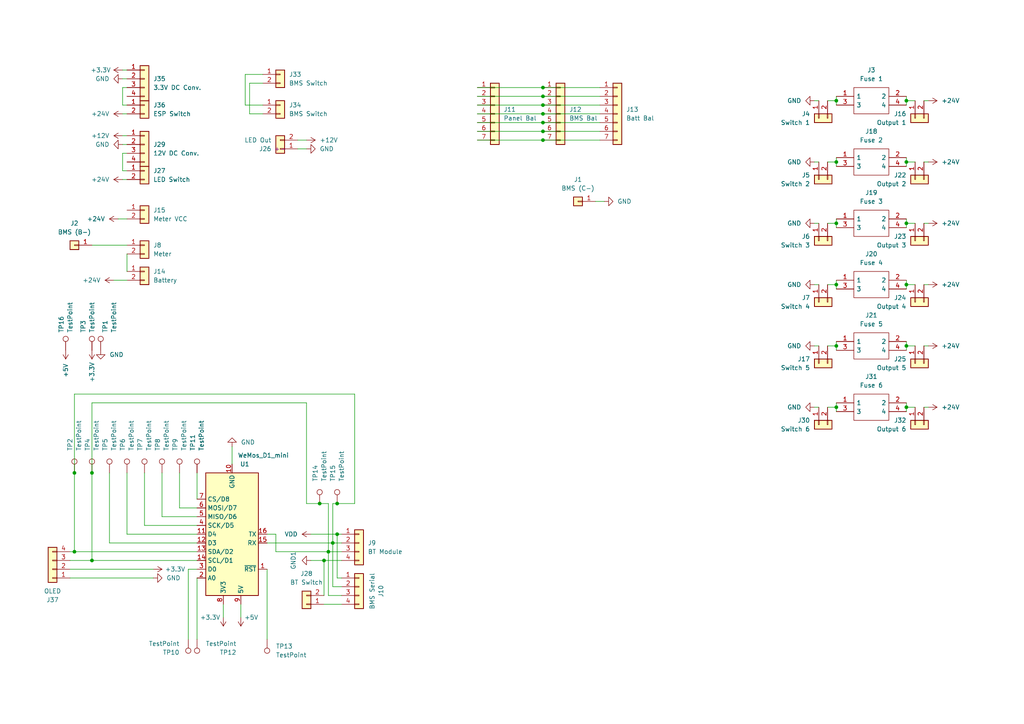
<source format=kicad_sch>
(kicad_sch (version 20211123) (generator eeschema)
  (paper "A4")
  (lib_symbols
    (symbol "Connector:TestPoint" (pin_numbers hide) (pin_names (offset 0.762) hide)
      (property "Reference" "TP" (at 0 6.858 0))
      (property "Value" "TestPoint" (at 0 5.08 0))
      (symbol "TestPoint_0_1"
        (circle (center 0 3.302) (radius 0.762))
      )
      (symbol "TestPoint_1_1"
        (pin passive line (at 0 0 90) (length 2.54) (name "1") (number "1"))
      )
    )
    (symbol "Connector_Generic:Conn_01x01" (pin_names (offset 1.016) hide)
      (property "Reference" "J" (at 0 2.54 0))
      (property "Value" "Conn_01x01" (at 0 -2.54 0))
      (symbol "Conn_01x01_1_1"
        (rectangle (start -1.27 0.127) (end 0 -0.127) (stroke (width 0.1524)))
        (rectangle (start -1.27 1.27) (end 1.27 -1.27) (stroke (width 0.254)) (fill (type background)))
        (pin passive line (at -5.08 0 0) (length 3.81) (name "Pin_1") (number "1"))
      )
    )
    (symbol "Connector_Generic:Conn_01x02" (pin_names (offset 1.016) hide)
      (property "Reference" "J" (at 0 2.54 0))
      (property "Value" "Conn_01x02" (at 0 -5.08 0))
      (symbol "Conn_01x02_1_1"
        (rectangle (start -1.27 -2.413) (end 0 -2.667) (stroke (width 0.1524)))
        (rectangle (start -1.27 0.127) (end 0 -0.127) (stroke (width 0.1524)))
        (rectangle (start -1.27 1.27) (end 1.27 -3.81) (stroke (width 0.254)) (fill (type background)))
        (pin passive line (at -5.08 0 0) (length 3.81) (name "Pin_1") (number "1"))
        (pin passive line (at -5.08 -2.54 0) (length 3.81) (name "Pin_2") (number "2"))
      )
    )
    (symbol "Connector_Generic:Conn_01x04" (pin_names (offset 1.016) hide)
      (property "Reference" "J" (at 0 5.08 0))
      (property "Value" "Conn_01x04" (at 0 -7.62 0))
      (symbol "Conn_01x04_1_1"
        (rectangle (start -1.27 -4.953) (end 0 -5.207) (stroke (width 0.1524)))
        (rectangle (start -1.27 -2.413) (end 0 -2.667) (stroke (width 0.1524)))
        (rectangle (start -1.27 0.127) (end 0 -0.127) (stroke (width 0.1524)))
        (rectangle (start -1.27 2.667) (end 0 2.413) (stroke (width 0.1524)))
        (rectangle (start -1.27 3.81) (end 1.27 -6.35) (stroke (width 0.254)) (fill (type background)))
        (pin passive line (at -5.08 2.54 0) (length 3.81) (name "Pin_1") (number "1"))
        (pin passive line (at -5.08 0 0) (length 3.81) (name "Pin_2") (number "2"))
        (pin passive line (at -5.08 -2.54 0) (length 3.81) (name "Pin_3") (number "3"))
        (pin passive line (at -5.08 -5.08 0) (length 3.81) (name "Pin_4") (number "4"))
      )
    )
    (symbol "Connector_Generic:Conn_01x07" (pin_names (offset 1.016) hide)
      (property "Reference" "J" (at 0 10.16 0))
      (property "Value" "Conn_01x07" (at 0 -10.16 0))
      (symbol "Conn_01x07_1_1"
        (rectangle (start -1.27 -7.493) (end 0 -7.747) (stroke (width 0.1524)))
        (rectangle (start -1.27 -4.953) (end 0 -5.207) (stroke (width 0.1524)))
        (rectangle (start -1.27 -2.413) (end 0 -2.667) (stroke (width 0.1524)))
        (rectangle (start -1.27 0.127) (end 0 -0.127) (stroke (width 0.1524)))
        (rectangle (start -1.27 2.667) (end 0 2.413) (stroke (width 0.1524)))
        (rectangle (start -1.27 5.207) (end 0 4.953) (stroke (width 0.1524)))
        (rectangle (start -1.27 7.747) (end 0 7.493) (stroke (width 0.1524)))
        (rectangle (start -1.27 8.89) (end 1.27 -8.89) (stroke (width 0.254)) (fill (type background)))
        (pin passive line (at -5.08 7.62 0) (length 3.81) (name "Pin_1") (number "1"))
        (pin passive line (at -5.08 5.08 0) (length 3.81) (name "Pin_2") (number "2"))
        (pin passive line (at -5.08 2.54 0) (length 3.81) (name "Pin_3") (number "3"))
        (pin passive line (at -5.08 0 0) (length 3.81) (name "Pin_4") (number "4"))
        (pin passive line (at -5.08 -2.54 0) (length 3.81) (name "Pin_5") (number "5"))
        (pin passive line (at -5.08 -5.08 0) (length 3.81) (name "Pin_6") (number "6"))
        (pin passive line (at -5.08 -7.62 0) (length 3.81) (name "Pin_7") (number "7"))
      )
    )
    (symbol "Fuseholder3557:3557-2" (pin_names (offset 0.762))
      (property "Reference" "J" (at 16.51 7.62 0))
      (property "Value" "3557-2" (at 16.51 5.08 0))
      (symbol "3557-2_0_0"
        (pin passive line (at 0 0 0) (length 5.08) (name "1") (number "1"))
        (pin passive line (at 20.32 0 180) (length 5.08) (name "2") (number "2"))
        (pin passive line (at 0 -2.54 0) (length 5.08) (name "3") (number "3"))
        (pin passive line (at 20.32 -2.54 180) (length 5.08) (name "4") (number "4"))
      )
      (symbol "3557-2_0_1"
        (polyline (pts (xy 5.08 2.54) (xy 15.24 2.54) (xy 15.24 -5.08) (xy 5.08 -5.08) (xy 5.08 2.54)) (stroke (width 0.1524)))
      )
    )
    (symbol "MCU_Module:WeMos_D1_mini"
      (property "Reference" "U" (at 3.81 19.05 0))
      (property "Value" "WeMos_D1_mini" (at 1.27 -19.05 0))
      (symbol "WeMos_D1_mini_1_1"
        (rectangle (start -7.62 17.78) (end 7.62 -17.78) (stroke (width 0.254)) (fill (type background)))
        (pin input line (at -10.16 10.16 0) (length 2.54) (name "~{RST}") (number "1"))
        (pin power_in line (at 0 -20.32 90) (length 2.54) (name "GND") (number "10"))
        (pin bidirectional line (at 10.16 0 180) (length 2.54) (name "D4") (number "11"))
        (pin bidirectional line (at 10.16 2.54 180) (length 2.54) (name "D3") (number "12"))
        (pin bidirectional line (at 10.16 5.08 180) (length 2.54) (name "SDA/D2") (number "13"))
        (pin bidirectional line (at 10.16 7.62 180) (length 2.54) (name "SCL/D1") (number "14"))
        (pin input line (at -10.16 2.54 0) (length 2.54) (name "RX") (number "15"))
        (pin output line (at -10.16 0 0) (length 2.54) (name "TX") (number "16"))
        (pin input line (at 10.16 12.7 180) (length 2.54) (name "A0") (number "2"))
        (pin bidirectional line (at 10.16 10.16 180) (length 2.54) (name "D0") (number "3"))
        (pin bidirectional line (at 10.16 -2.54 180) (length 2.54) (name "SCK/D5") (number "4"))
        (pin bidirectional line (at 10.16 -5.08 180) (length 2.54) (name "MISO/D6") (number "5"))
        (pin bidirectional line (at 10.16 -7.62 180) (length 2.54) (name "MOSI/D7") (number "6"))
        (pin bidirectional line (at 10.16 -10.16 180) (length 2.54) (name "CS/D8") (number "7"))
        (pin power_out line (at 2.54 20.32 270) (length 2.54) (name "3V3") (number "8"))
        (pin power_in line (at -2.54 20.32 270) (length 2.54) (name "5V") (number "9"))
      )
    )
    (symbol "power:+12V" (power) (pin_names (offset 0))
      (property "Value" "+12V" (at 0 3.556 0))
      (symbol "+12V_0_1"
        (polyline (pts (xy -0.762 1.27) (xy 0 2.54)))
        (polyline (pts (xy 0 0) (xy 0 2.54)))
        (polyline (pts (xy 0 2.54) (xy 0.762 1.27)))
      )
      (symbol "+12V_1_1"
        (pin power_in line (at 0 0 90) (length 0) hide (name "+12V") (number "1"))
      )
    )
    (symbol "power:+24V" (power) (pin_names (offset 0))
      (property "Value" "+24V" (at 0 3.556 0))
      (symbol "+24V_0_1"
        (polyline (pts (xy -0.762 1.27) (xy 0 2.54)))
        (polyline (pts (xy 0 0) (xy 0 2.54)))
        (polyline (pts (xy 0 2.54) (xy 0.762 1.27)))
      )
      (symbol "+24V_1_1"
        (pin power_in line (at 0 0 90) (length 0) hide (name "+24V") (number "1"))
      )
    )
    (symbol "power:+3.3V" (power) (pin_names (offset 0))
      (property "Value" "+3.3V" (at 0 3.556 0))
      (symbol "+3.3V_0_1"
        (polyline (pts (xy -0.762 1.27) (xy 0 2.54)))
        (polyline (pts (xy 0 0) (xy 0 2.54)))
        (polyline (pts (xy 0 2.54) (xy 0.762 1.27)))
      )
      (symbol "+3.3V_1_1"
        (pin power_in line (at 0 0 90) (length 0) hide (name "+3.3V") (number "1"))
      )
    )
    (symbol "power:+5V" (power) (pin_names (offset 0))
      (property "Value" "+5V" (at 0 3.556 0))
      (symbol "+5V_0_1"
        (polyline (pts (xy -0.762 1.27) (xy 0 2.54)))
        (polyline (pts (xy 0 0) (xy 0 2.54)))
        (polyline (pts (xy 0 2.54) (xy 0.762 1.27)))
      )
      (symbol "+5V_1_1"
        (pin power_in line (at 0 0 90) (length 0) hide (name "+5V") (number "1"))
      )
    )
    (symbol "power:GND" (power) (pin_names (offset 0))
      (property "Value" "GND" (at 0 -3.81 0))
      (symbol "GND_0_1"
        (polyline (pts (xy 0 0) (xy 0 -1.27) (xy 1.27 -1.27) (xy 0 -2.54) (xy -1.27 -1.27) (xy 0 -1.27)))
      )
      (symbol "GND_1_1"
        (pin power_in line (at 0 0 270) (length 0) hide (name "GND") (number "1"))
      )
    )
    (symbol "power:GND1" (power) (pin_names (offset 0))
      (property "Value" "GND1" (at 0 -3.81 0))
      (symbol "GND1_0_1"
        (polyline (pts (xy 0 0) (xy 0 -1.27) (xy 1.27 -1.27) (xy 0 -2.54) (xy -1.27 -1.27) (xy 0 -1.27)))
      )
      (symbol "GND1_1_1"
        (pin power_in line (at 0 0 270) (length 0) hide (name "GND1") (number "1"))
      )
    )
    (symbol "power:VDD" (power) (pin_names (offset 0))
      (property "Value" "VDD" (at 0 3.81 0))
      (symbol "VDD_0_1"
        (polyline (pts (xy -0.762 1.27) (xy 0 2.54)))
        (polyline (pts (xy 0 0) (xy 0 2.54)))
        (polyline (pts (xy 0 2.54) (xy 0.762 1.27)))
      )
      (symbol "VDD_1_1"
        (pin power_in line (at 0 0 90) (length 0) hide (name "VDD") (number "1"))
      )
    )
  )
  (junction (at 21.59 137.16))
  (junction (at 262.89 82.55))
  (junction (at 26.67 137.16))
  (junction (at 93.98 162.56))
  (junction (at 157.48 25.4))
  (junction (at 92.71 146.05))
  (junction (at 262.89 100.33))
  (junction (at 26.67 162.56))
  (junction (at 157.48 30.48))
  (junction (at 157.48 35.56))
  (junction (at 242.57 82.55))
  (junction (at 242.57 100.33))
  (junction (at 157.48 40.64))
  (junction (at 96.52 157.48))
  (junction (at 262.89 46.99))
  (junction (at 242.57 46.99))
  (junction (at 242.57 118.11))
  (junction (at 262.89 29.21))
  (junction (at 157.48 33.02))
  (junction (at 95.25 160.02))
  (junction (at 97.79 146.05))
  (junction (at 242.57 29.21))
  (junction (at 157.48 27.94))
  (junction (at 21.59 160.02))
  (junction (at 97.79 154.94))
  (junction (at 262.89 118.11))
  (junction (at 157.48 38.1))
  (junction (at 242.57 64.77))
  (junction (at 262.89 64.77))
  (wire (pts (xy 80.01 160.02) (xy 80.01 154.94)))
  (wire (pts (xy 99.06 157.48) (xy 96.52 157.48)))
  (wire (pts (xy 95.25 160.02) (xy 95.25 146.05)))
  (wire (pts (xy 236.22 64.77) (xy 237.49 64.77)))
  (wire (pts (xy 36.83 30.48) (xy 35.56 30.48)))
  (wire (pts (xy 41.91 137.16) (xy 41.91 152.4)))
  (wire (pts (xy 262.89 82.55) (xy 265.43 82.55)))
  (wire (pts (xy 88.9 43.18) (xy 86.36 43.18)))
  (wire (pts (xy 57.15 137.16) (xy 57.15 144.78)))
  (wire (pts (xy 33.02 81.28) (xy 36.83 81.28)))
  (wire (pts (xy 242.57 29.21) (xy 242.57 30.48)))
  (wire (pts (xy 77.47 165.1) (xy 77.47 185.42)))
  (wire (pts (xy 36.83 137.16) (xy 36.83 154.94)))
  (wire (pts (xy 72.39 24.13) (xy 72.39 33.02)))
  (wire (pts (xy 262.89 45.72) (xy 262.89 46.99)))
  (wire (pts (xy 138.43 33.02) (xy 157.48 33.02)))
  (wire (pts (xy 95.25 172.72) (xy 99.06 172.72)))
  (wire (pts (xy 242.57 45.72) (xy 242.57 46.99)))
  (wire (pts (xy 90.17 162.56) (xy 93.98 162.56)))
  (wire (pts (xy 138.43 27.94) (xy 157.48 27.94)))
  (wire (pts (xy 267.97 82.55) (xy 269.24 82.55)))
  (wire (pts (xy 157.48 38.1) (xy 173.99 38.1)))
  (wire (pts (xy 240.03 64.77) (xy 242.57 64.77)))
  (wire (pts (xy 35.56 41.91) (xy 36.83 41.91)))
  (wire (pts (xy 138.43 35.56) (xy 157.48 35.56)))
  (wire (pts (xy 262.89 29.21) (xy 262.89 30.48)))
  (wire (pts (xy 262.89 82.55) (xy 262.89 83.82)))
  (wire (pts (xy 64.77 175.26) (xy 64.77 179.07)))
  (wire (pts (xy 97.79 146.05) (xy 102.87 146.05)))
  (wire (pts (xy 157.48 25.4) (xy 173.99 25.4)))
  (wire (pts (xy 90.17 154.94) (xy 97.79 154.94)))
  (wire (pts (xy 76.2 24.13) (xy 72.39 24.13)))
  (wire (pts (xy 20.32 165.1) (xy 44.45 165.1)))
  (wire (pts (xy 35.56 52.07) (xy 36.83 52.07)))
  (wire (pts (xy 35.56 22.86) (xy 36.83 22.86)))
  (wire (pts (xy 52.07 147.32) (xy 52.07 137.16)))
  (wire (pts (xy 102.87 114.3) (xy 21.59 114.3)))
  (wire (pts (xy 242.57 64.77) (xy 242.57 66.04)))
  (wire (pts (xy 262.89 64.77) (xy 262.89 66.04)))
  (wire (pts (xy 157.48 33.02) (xy 173.99 33.02)))
  (wire (pts (xy 57.15 165.1) (xy 54.61 165.1)))
  (wire (pts (xy 96.52 170.18) (xy 99.06 170.18)))
  (wire (pts (xy 72.39 33.02) (xy 76.2 33.02)))
  (wire (pts (xy 138.43 25.4) (xy 157.48 25.4)))
  (wire (pts (xy 95.25 160.02) (xy 80.01 160.02)))
  (wire (pts (xy 71.12 21.59) (xy 71.12 30.48)))
  (wire (pts (xy 267.97 64.77) (xy 269.24 64.77)))
  (wire (pts (xy 97.79 154.94) (xy 97.79 167.64)))
  (wire (pts (xy 46.99 149.86) (xy 57.15 149.86)))
  (wire (pts (xy 88.9 116.84) (xy 26.67 116.84)))
  (wire (pts (xy 35.56 49.53) (xy 35.56 44.45)))
  (wire (pts (xy 262.89 118.11) (xy 265.43 118.11)))
  (wire (pts (xy 236.22 100.33) (xy 237.49 100.33)))
  (wire (pts (xy 71.12 30.48) (xy 76.2 30.48)))
  (wire (pts (xy 67.31 134.62) (xy 67.31 129.54)))
  (wire (pts (xy 138.43 30.48) (xy 157.48 30.48)))
  (wire (pts (xy 242.57 118.11) (xy 242.57 119.38)))
  (wire (pts (xy 31.75 137.16) (xy 31.75 157.48)))
  (wire (pts (xy 97.79 167.64) (xy 99.06 167.64)))
  (wire (pts (xy 262.89 27.94) (xy 262.89 29.21)))
  (wire (pts (xy 102.87 146.05) (xy 102.87 114.3)))
  (wire (pts (xy 262.89 81.28) (xy 262.89 82.55)))
  (wire (pts (xy 20.32 167.64) (xy 44.45 167.64)))
  (wire (pts (xy 240.03 46.99) (xy 242.57 46.99)))
  (wire (pts (xy 240.03 118.11) (xy 242.57 118.11)))
  (wire (pts (xy 92.71 146.05) (xy 88.9 146.05)))
  (wire (pts (xy 138.43 40.64) (xy 157.48 40.64)))
  (wire (pts (xy 157.48 35.56) (xy 173.99 35.56)))
  (wire (pts (xy 35.56 39.37) (xy 36.83 39.37)))
  (wire (pts (xy 242.57 116.84) (xy 242.57 118.11)))
  (wire (pts (xy 34.29 63.5) (xy 36.83 63.5)))
  (wire (pts (xy 236.22 118.11) (xy 237.49 118.11)))
  (wire (pts (xy 240.03 29.21) (xy 242.57 29.21)))
  (wire (pts (xy 88.9 40.64) (xy 86.36 40.64)))
  (wire (pts (xy 35.56 20.32) (xy 36.83 20.32)))
  (wire (pts (xy 36.83 49.53) (xy 35.56 49.53)))
  (wire (pts (xy 76.2 21.59) (xy 71.12 21.59)))
  (wire (pts (xy 21.59 160.02) (xy 57.15 160.02)))
  (wire (pts (xy 236.22 29.21) (xy 237.49 29.21)))
  (wire (pts (xy 26.67 71.12) (xy 36.83 71.12)))
  (wire (pts (xy 157.48 27.94) (xy 173.99 27.94)))
  (wire (pts (xy 41.91 152.4) (xy 57.15 152.4)))
  (wire (pts (xy 54.61 165.1) (xy 54.61 185.42)))
  (wire (pts (xy 26.67 137.16) (xy 26.67 162.56)))
  (wire (pts (xy 20.32 162.56) (xy 26.67 162.56)))
  (wire (pts (xy 35.56 33.02) (xy 36.83 33.02)))
  (wire (pts (xy 262.89 63.5) (xy 262.89 64.77)))
  (wire (pts (xy 236.22 82.55) (xy 237.49 82.55)))
  (wire (pts (xy 35.56 30.48) (xy 35.56 25.4)))
  (wire (pts (xy 69.85 179.07) (xy 69.85 175.26)))
  (wire (pts (xy 262.89 99.06) (xy 262.89 100.33)))
  (wire (pts (xy 262.89 100.33) (xy 262.89 101.6)))
  (wire (pts (xy 36.83 78.74) (xy 36.83 73.66)))
  (wire (pts (xy 242.57 100.33) (xy 242.57 101.6)))
  (wire (pts (xy 267.97 118.11) (xy 269.24 118.11)))
  (wire (pts (xy 138.43 38.1) (xy 157.48 38.1)))
  (wire (pts (xy 262.89 64.77) (xy 265.43 64.77)))
  (wire (pts (xy 236.22 46.99) (xy 237.49 46.99)))
  (wire (pts (xy 267.97 29.21) (xy 269.24 29.21)))
  (wire (pts (xy 21.59 137.16) (xy 21.59 160.02)))
  (wire (pts (xy 262.89 116.84) (xy 262.89 118.11)))
  (wire (pts (xy 96.52 157.48) (xy 96.52 146.05)))
  (wire (pts (xy 242.57 27.94) (xy 242.57 29.21)))
  (wire (pts (xy 242.57 63.5) (xy 242.57 64.77)))
  (wire (pts (xy 77.47 157.48) (xy 96.52 157.48)))
  (wire (pts (xy 31.75 157.48) (xy 57.15 157.48)))
  (wire (pts (xy 21.59 114.3) (xy 21.59 137.16)))
  (wire (pts (xy 242.57 82.55) (xy 242.57 83.82)))
  (wire (pts (xy 26.67 116.84) (xy 26.67 137.16)))
  (wire (pts (xy 93.98 175.26) (xy 99.06 175.26)))
  (wire (pts (xy 240.03 100.33) (xy 242.57 100.33)))
  (wire (pts (xy 26.67 162.56) (xy 57.15 162.56)))
  (wire (pts (xy 95.25 146.05) (xy 92.71 146.05)))
  (wire (pts (xy 267.97 46.99) (xy 269.24 46.99)))
  (wire (pts (xy 35.56 44.45) (xy 36.83 44.45)))
  (wire (pts (xy 95.25 160.02) (xy 95.25 172.72)))
  (wire (pts (xy 88.9 146.05) (xy 88.9 116.84)))
  (wire (pts (xy 262.89 29.21) (xy 265.43 29.21)))
  (wire (pts (xy 242.57 99.06) (xy 242.57 100.33)))
  (wire (pts (xy 99.06 160.02) (xy 95.25 160.02)))
  (wire (pts (xy 242.57 81.28) (xy 242.57 82.55)))
  (wire (pts (xy 96.52 157.48) (xy 96.52 170.18)))
  (wire (pts (xy 262.89 100.33) (xy 265.43 100.33)))
  (wire (pts (xy 267.97 100.33) (xy 269.24 100.33)))
  (wire (pts (xy 172.72 58.42) (xy 175.26 58.42)))
  (wire (pts (xy 20.32 160.02) (xy 21.59 160.02)))
  (wire (pts (xy 93.98 162.56) (xy 99.06 162.56)))
  (wire (pts (xy 36.83 154.94) (xy 57.15 154.94)))
  (wire (pts (xy 93.98 172.72) (xy 93.98 162.56)))
  (wire (pts (xy 157.48 40.64) (xy 173.99 40.64)))
  (wire (pts (xy 262.89 46.99) (xy 262.89 48.26)))
  (wire (pts (xy 242.57 46.99) (xy 242.57 48.26)))
  (wire (pts (xy 240.03 82.55) (xy 242.57 82.55)))
  (wire (pts (xy 157.48 30.48) (xy 173.99 30.48)))
  (wire (pts (xy 80.01 154.94) (xy 77.47 154.94)))
  (wire (pts (xy 262.89 118.11) (xy 262.89 119.38)))
  (wire (pts (xy 57.15 167.64) (xy 57.15 185.42)))
  (wire (pts (xy 262.89 46.99) (xy 265.43 46.99)))
  (wire (pts (xy 99.06 154.94) (xy 97.79 154.94)))
  (wire (pts (xy 46.99 137.16) (xy 46.99 149.86)))
  (wire (pts (xy 52.07 147.32) (xy 57.15 147.32)))
  (wire (pts (xy 96.52 146.05) (xy 97.79 146.05)))
  (wire (pts (xy 35.56 25.4) (xy 36.83 25.4)))
  (symbol (lib_id "power:GND") (at 236.22 118.11 270) (unit 1)
    (property "Reference" "#PWR013" (effects hide))
    (property "Value" "GND" (at 232.41 118.1099 90) (effects (justify right)))
  )
  (symbol (lib_id "Connector_Generic:Conn_01x07") (at 143.51 33.02 0) (unit 1)
    (property "Reference" "J11" (at 146.05 31.7499 0) (effects (justify left)))
    (property "Value" "Panel Bal" (at 146.05 34.2899 0) (effects (justify left)))
    (property "Footprint" "Connector_JST:JST_XH_B7B-XH-A_1x07_P2.50mm_Vertical" (effects hide))
  )
  (symbol (lib_id "Connector_Generic:Conn_01x02") (at 81.28 21.59 0) (unit 1)
    (property "Reference" "J33" (at 83.82 21.5899 0) (effects (justify left)))
    (property "Value" "BMS Switch" (at 83.82 24.1299 0) (effects (justify left)))
    (property "Footprint" "Connector_JST:JST_XH_B2B-XH-A_1x02_P2.50mm_Vertical" (effects hide))
  )
  (symbol (lib_id "Connector_Generic:Conn_01x02") (at 81.28 43.18 180) (unit 1)
    (property "Reference" "J26" (at 78.74 43.1801 0) (effects (justify left)))
    (property "Value" "LED Out" (at 78.74 40.6401 0) (effects (justify left)))
    (property "Footprint" "Connector_JST:JST_XH_B2B-XH-A_1x02_P2.50mm_Vertical" (effects hide))
    (property "Field4" "+" (at 81.28 43.18 0) (effects (justify left)))
    (property "Field5" "-" (at 81.28 43.18 0) (effects (justify right)))
  )
  (symbol (lib_id "Fuseholder3557:3557-2") (at 242.57 45.72 0) (unit 1)
    (property "Reference" "J18" (at 252.73 38.1 0))
    (property "Value" "Fuse 2" (at 252.73 40.64 0))
    (property "Footprint" "Fuseholder3557:Fuseholder3557" (effects hide))
    (property "Datasheet" "http://www.keyelco.com/product-pdf.cfm?p=296" (effects hide))
    (property "Description" "THM 2 in 1 Auto Blade Holder P/N 3557-2" (effects hide))
    (property "Mouser Part Number" "534-3557-2" (effects hide))
    (property "Mouser Price/Stock" "https://www.mouser.co.uk/ProductDetail/Keystone-Electronics/3557-2?qs=cxy41lVAGV%2FfbyASjpXK1g%3D%3D" (effects hide))
    (property "Manufacturer_Name" "Keystone Electronics" (effects hide))
    (property "Manufacturer_Part_Number" "3557-2" (effects hide))
  )
  (symbol (lib_id "Connector:TestPoint") (at 31.75 137.16 0) (unit 1)
    (property "Reference" "TP5" (at 30.48 130.81 90) (effects (justify left)))
    (property "Value" "TestPoint" (at 33.02 130.81 90) (effects (justify left)))
    (property "Footprint" "TestPoint:TestPoint_Pad_1.5x1.5mm" (effects hide))
  )
  (symbol (lib_id "power:+24V") (at 35.56 52.07 90) (unit 1)
    (property "Reference" "#PWR0107" (effects hide))
    (property "Value" "+24V" (at 31.75 52.0699 90) (effects (justify left)))
  )
  (symbol (lib_id "Connector_Generic:Conn_01x04") (at 104.14 157.48 0) (unit 1)
    (property "Reference" "J9" (at 106.68 157.4799 0) (effects (justify left)))
    (property "Value" "BT Module" (at 106.68 160.0199 0) (effects (justify left)))
    (property "Footprint" "Connector_JST:JST_XH_B4B-XH-A_1x04_P2.50mm_Vertical" (effects hide))
  )
  (symbol (lib_id "Fuseholder3557:3557-2") (at 242.57 63.5 0) (unit 1)
    (property "Reference" "J19" (at 252.73 55.88 0))
    (property "Value" "Fuse 3" (at 252.73 58.42 0))
    (property "Footprint" "Fuseholder3557:Fuseholder3557" (effects hide))
    (property "Datasheet" "http://www.keyelco.com/product-pdf.cfm?p=296" (effects hide))
    (property "Description" "THM 2 in 1 Auto Blade Holder P/N 3557-2" (effects hide))
    (property "Mouser Part Number" "534-3557-2" (effects hide))
    (property "Mouser Price/Stock" "https://www.mouser.co.uk/ProductDetail/Keystone-Electronics/3557-2?qs=cxy41lVAGV%2FfbyASjpXK1g%3D%3D" (effects hide))
    (property "Manufacturer_Name" "Keystone Electronics" (effects hide))
    (property "Manufacturer_Part_Number" "3557-2" (effects hide))
  )
  (symbol (lib_id "Connector:TestPoint") (at 41.91 137.16 0) (unit 1)
    (property "Reference" "TP7" (at 40.64 130.81 90) (effects (justify left)))
    (property "Value" "TestPoint" (at 43.18 130.81 90) (effects (justify left)))
    (property "Footprint" "TestPoint:TestPoint_Pad_1.5x1.5mm" (effects hide))
  )
  (symbol (lib_id "Connector_Generic:Conn_01x02") (at 265.43 105.41 90) (mirror x) (unit 1)
    (property "Reference" "J25" (at 262.89 104.1399 90) (effects (justify left)))
    (property "Value" "Output 5" (at 262.89 106.6799 90) (effects (justify left)))
    (property "Footprint" "Connector_AMASS:AMASS_XT30U-M_1x02_P5.0mm_Vertical_CUSTOM" (effects hide))
  )
  (symbol (lib_id "Connector:TestPoint") (at 57.15 137.16 0) (unit 1)
    (property "Reference" "TP11" (at 55.88 130.81 90) (effects (justify left)))
    (property "Value" "TestPoint" (at 58.42 130.81 90) (effects (justify left)))
    (property "Footprint" "TestPoint:TestPoint_Pad_1.5x1.5mm" (effects hide))
  )
  (symbol (lib_id "power:+24V") (at 33.02 81.28 90) (unit 1)
    (property "Reference" "#PWR012" (effects hide))
    (property "Value" "+24V" (at 29.21 81.2799 90) (effects (justify left)))
  )
  (symbol (lib_id "power:+3.3V") (at 44.45 165.1 270) (unit 1)
    (property "Reference" "#PWR0114" (effects hide))
    (property "Value" "+3.3V" (at 50.8 165.1 90))
  )
  (symbol (lib_id "Connector_Generic:Conn_01x07") (at 179.07 33.02 0) (unit 1)
    (property "Reference" "J13" (at 181.61 31.7499 0) (effects (justify left)))
    (property "Value" "Batt Bal" (at 181.61 34.2899 0) (effects (justify left)))
    (property "Footprint" "Connector_JST:JST_XH_B7B-XH-A_1x07_P2.50mm_Vertical" (effects hide))
  )
  (symbol (lib_id "power:GND") (at 29.21 101.6 0) (unit 1)
    (property "Reference" "#PWR0117" (effects hide))
    (property "Value" "GND" (at 31.75 102.8699 0) (effects (justify left)))
  )
  (symbol (lib_id "Connector_Generic:Conn_01x02") (at 265.43 52.07 90) (mirror x) (unit 1)
    (property "Reference" "J22" (at 262.89 50.7999 90) (effects (justify left)))
    (property "Value" "Output 2" (at 262.89 53.3399 90) (effects (justify left)))
    (property "Footprint" "Connector_AMASS:AMASS_XT30U-M_1x02_P5.0mm_Vertical_CUSTOM" (effects hide))
  )
  (symbol (lib_id "Connector_Generic:Conn_01x02") (at 88.9 175.26 180) (unit 1)
    (property "Reference" "J28" (at 88.9 166.37 0))
    (property "Value" "BT Switch" (at 88.9 168.91 0))
    (property "Footprint" "Connector_JST:JST_XH_B2B-XH-A_1x02_P2.50mm_Vertical" (effects hide))
  )
  (symbol (lib_id "Connector:TestPoint") (at 54.61 185.42 180) (unit 1)
    (property "Reference" "TP10" (at 52.07 189.23 0) (effects (justify left)))
    (property "Value" "TestPoint" (at 52.07 186.69 0) (effects (justify left)))
    (property "Footprint" "TestPoint:TestPoint_Pad_1.5x1.5mm" (effects hide))
  )
  (symbol (lib_id "power:+24V") (at 269.24 64.77 270) (unit 1)
    (property "Reference" "#PWR09" (effects hide))
    (property "Value" "+24V" (at 273.05 64.7699 90) (effects (justify left)))
  )
  (symbol (lib_id "Connector:TestPoint") (at 29.21 101.6 0) (unit 1)
    (property "Reference" "TP1" (at 30.48 96.52 90) (effects (justify left)))
    (property "Value" "TestPoint" (at 33.02 96.52 90) (effects (justify left)))
    (property "Footprint" "TestPoint:TestPoint_Pad_1.5x1.5mm" (effects hide))
  )
  (symbol (lib_id "Fuseholder3557:3557-2") (at 242.57 81.28 0) (unit 1)
    (property "Reference" "J20" (at 252.73 73.66 0))
    (property "Value" "Fuse 4" (at 252.73 76.2 0))
    (property "Footprint" "Fuseholder3557:Fuseholder3557" (effects hide))
    (property "Datasheet" "http://www.keyelco.com/product-pdf.cfm?p=296" (effects hide))
    (property "Description" "THM 2 in 1 Auto Blade Holder P/N 3557-2" (effects hide))
    (property "Mouser Part Number" "534-3557-2" (effects hide))
    (property "Mouser Price/Stock" "https://www.mouser.co.uk/ProductDetail/Keystone-Electronics/3557-2?qs=cxy41lVAGV%2FfbyASjpXK1g%3D%3D" (effects hide))
    (property "Manufacturer_Name" "Keystone Electronics" (effects hide))
    (property "Manufacturer_Part_Number" "3557-2" (effects hide))
  )
  (symbol (lib_id "power:GND") (at 236.22 29.21 270) (unit 1)
    (property "Reference" "#PWR02" (effects hide))
    (property "Value" "GND" (at 232.41 29.2099 90) (effects (justify right)))
  )
  (symbol (lib_id "Connector:TestPoint") (at 36.83 137.16 0) (unit 1)
    (property "Reference" "TP6" (at 35.56 130.81 90) (effects (justify left)))
    (property "Value" "TestPoint" (at 38.1 130.81 90) (effects (justify left)))
    (property "Footprint" "TestPoint:TestPoint_Pad_1.5x1.5mm" (effects hide))
  )
  (symbol (lib_id "Fuseholder3557:3557-2") (at 242.57 116.84 0) (unit 1)
    (property "Reference" "J31" (at 252.73 109.22 0))
    (property "Value" "Fuse 6" (at 252.73 111.76 0))
    (property "Footprint" "Fuseholder3557:Fuseholder3557" (effects hide))
    (property "Datasheet" "http://www.keyelco.com/product-pdf.cfm?p=296" (effects hide))
    (property "Description" "THM 2 in 1 Auto Blade Holder P/N 3557-2" (effects hide))
    (property "Mouser Part Number" "534-3557-2" (effects hide))
    (property "Mouser Price/Stock" "https://www.mouser.co.uk/ProductDetail/Keystone-Electronics/3557-2?qs=cxy41lVAGV%2FfbyASjpXK1g%3D%3D" (effects hide))
    (property "Manufacturer_Name" "Keystone Electronics" (effects hide))
    (property "Manufacturer_Part_Number" "3557-2" (effects hide))
  )
  (symbol (lib_id "Connector:TestPoint") (at 46.99 137.16 0) (unit 1)
    (property "Reference" "TP8" (at 45.72 130.81 90) (effects (justify left)))
    (property "Value" "TestPoint" (at 48.26 130.81 90) (effects (justify left)))
    (property "Footprint" "TestPoint:TestPoint_Pad_1.5x1.5mm" (effects hide))
  )
  (symbol (lib_id "power:+5V") (at 69.85 179.07 180) (unit 1)
    (property "Reference" "#PWR0106" (effects hide))
    (property "Value" "+5V" (at 74.93 179.07 0) (effects (justify left)))
  )
  (symbol (lib_id "Connector_Generic:Conn_01x02") (at 41.91 71.12 0) (unit 1)
    (property "Reference" "J8" (at 44.45 71.1199 0) (effects (justify left)))
    (property "Value" "Meter" (at 44.45 73.6599 0) (effects (justify left)))
    (property "Footprint" "Connector_AMASS:AMASS_XT60-M_1x02_P7.20mm_Vertical" (effects hide))
  )
  (symbol (lib_id "power:+12V") (at 35.56 39.37 90) (unit 1)
    (property "Reference" "#PWR0109" (effects hide))
    (property "Value" "+12V" (at 31.75 39.3699 90) (effects (justify left)))
  )
  (symbol (lib_id "Connector_Generic:Conn_01x04") (at 41.91 22.86 0) (unit 1)
    (property "Reference" "J35" (at 44.45 22.8599 0) (effects (justify left)))
    (property "Value" "3.3V DC Conv." (at 44.45 25.3999 0) (effects (justify left)))
    (property "Footprint" "Connector_PinHeader_2.54mm:PinHeader_1x04_P2.54mm_Vertical" (effects hide))
  )
  (symbol (lib_id "Fuseholder3557:3557-2") (at 242.57 27.94 0) (unit 1)
    (property "Reference" "J3" (at 252.73 20.32 0))
    (property "Value" "Fuse 1" (at 252.73 22.86 0))
    (property "Footprint" "Fuseholder3557:Fuseholder3557" (effects hide))
    (property "Datasheet" "http://www.keyelco.com/product-pdf.cfm?p=296" (effects hide))
    (property "Description" "THM 2 in 1 Auto Blade Holder P/N 3557-2" (effects hide))
    (property "Mouser Part Number" "534-3557-2" (effects hide))
    (property "Mouser Price/Stock" "https://www.mouser.co.uk/ProductDetail/Keystone-Electronics/3557-2?qs=cxy41lVAGV%2FfbyASjpXK1g%3D%3D" (effects hide))
    (property "Manufacturer_Name" "Keystone Electronics" (effects hide))
    (property "Manufacturer_Part_Number" "3557-2" (effects hide))
  )
  (symbol (lib_id "power:+24V") (at 269.24 29.21 270) (unit 1)
    (property "Reference" "#PWR08" (effects hide))
    (property "Value" "+24V" (at 273.05 29.2099 90) (effects (justify left)))
  )
  (symbol (lib_id "Connector_Generic:Conn_01x02") (at 237.49 123.19 90) (mirror x) (unit 1)
    (property "Reference" "J30" (at 234.95 121.9199 90) (effects (justify left)))
    (property "Value" "Switch 6" (at 234.95 124.4599 90) (effects (justify left)))
    (property "Footprint" "Connector_AMASS:AMASS_XT30U-M_1x02_P5.0mm_Vertical_CUSTOM" (effects hide))
  )
  (symbol (lib_id "Connector:TestPoint") (at 77.47 185.42 180) (unit 1)
    (property "Reference" "TP13" (at 80.01 187.4519 0) (effects (justify right)))
    (property "Value" "TestPoint" (at 80.01 189.9919 0) (effects (justify right)))
    (property "Footprint" "TestPoint:TestPoint_Pad_1.5x1.5mm" (effects hide))
  )
  (symbol (lib_id "Connector_Generic:Conn_01x04") (at 104.14 170.18 0) (unit 1)
    (property "Reference" "J10" (at 110.49 171.45 90))
    (property "Value" "BMS Serial" (at 107.95 171.45 90))
    (property "Footprint" "Connector_JST:JST_XH_B4B-XH-A_1x04_P2.50mm_Vertical" (effects hide))
  )
  (symbol (lib_id "Connector_Generic:Conn_01x02") (at 41.91 49.53 0) (unit 1)
    (property "Reference" "J27" (at 44.45 49.5299 0) (effects (justify left)))
    (property "Value" "LED Switch" (at 44.45 52.0699 0) (effects (justify left)))
    (property "Footprint" "Connector_JST:JST_XH_B2B-XH-A_1x02_P2.50mm_Vertical" (effects hide))
  )
  (symbol (lib_id "power:+24V") (at 35.56 33.02 90) (unit 1)
    (property "Reference" "#PWR0111" (effects hide))
    (property "Value" "+24V" (at 31.75 33.0199 90) (effects (justify left)))
  )
  (symbol (lib_id "Connector_Generic:Conn_01x02") (at 265.43 34.29 90) (mirror x) (unit 1)
    (property "Reference" "J16" (at 262.89 33.0199 90) (effects (justify left)))
    (property "Value" "Output 1" (at 262.89 35.5599 90) (effects (justify left)))
    (property "Footprint" "Connector_AMASS:AMASS_XT30U-M_1x02_P5.0mm_Vertical_CUSTOM" (effects hide))
  )
  (symbol (lib_id "Connector:TestPoint") (at 21.59 137.16 0) (unit 1)
    (property "Reference" "TP2" (at 20.32 130.81 90) (effects (justify left)))
    (property "Value" "TestPoint" (at 22.86 130.81 90) (effects (justify left)))
    (property "Footprint" "TestPoint:TestPoint_Pad_1.5x1.5mm" (effects hide))
  )
  (symbol (lib_id "Fuseholder3557:3557-2") (at 242.57 99.06 0) (unit 1)
    (property "Reference" "J21" (at 252.73 91.44 0))
    (property "Value" "Fuse 5" (at 252.73 93.98 0))
    (property "Footprint" "Fuseholder3557:Fuseholder3557" (effects hide))
    (property "Datasheet" "http://www.keyelco.com/product-pdf.cfm?p=296" (effects hide))
    (property "Description" "THM 2 in 1 Auto Blade Holder P/N 3557-2" (effects hide))
    (property "Mouser Part Number" "534-3557-2" (effects hide))
    (property "Mouser Price/Stock" "https://www.mouser.co.uk/ProductDetail/Keystone-Electronics/3557-2?qs=cxy41lVAGV%2FfbyASjpXK1g%3D%3D" (effects hide))
    (property "Manufacturer_Name" "Keystone Electronics" (effects hide))
    (property "Manufacturer_Part_Number" "3557-2" (effects hide))
  )
  (symbol (lib_id "Connector_Generic:Conn_01x01") (at 167.64 58.42 180) (unit 1)
    (property "Reference" "J1" (at 167.64 52.07 0))
    (property "Value" "BMS (C-)" (at 167.64 54.61 0))
    (property "Footprint" "MountingHole:MountingHole_3.5mm_Pad_Via" (effects hide))
  )
  (symbol (lib_id "power:GND") (at 35.56 41.91 270) (unit 1)
    (property "Reference" "#PWR0108" (effects hide))
    (property "Value" "GND" (at 31.75 41.9099 90) (effects (justify right)))
  )
  (symbol (lib_id "Connector:TestPoint") (at 52.07 137.16 0) (unit 1)
    (property "Reference" "TP9" (at 50.8 130.81 90) (effects (justify left)))
    (property "Value" "TestPoint" (at 53.34 130.81 90) (effects (justify left)))
    (property "Footprint" "TestPoint:TestPoint_Pad_1.5x1.5mm" (effects hide))
  )
  (symbol (lib_id "power:+24V") (at 34.29 63.5 90) (unit 1)
    (property "Reference" "#PWR014" (effects hide))
    (property "Value" "+24V" (at 30.48 63.4999 90) (effects (justify left)))
  )
  (symbol (lib_id "Connector:TestPoint") (at 26.67 101.6 0) (unit 1)
    (property "Reference" "TP3" (at 24.13 96.52 90) (effects (justify left)))
    (property "Value" "TestPoint" (at 26.67 96.52 90) (effects (justify left)))
    (property "Footprint" "TestPoint:TestPoint_Pad_1.5x1.5mm" (effects hide))
  )
  (symbol (lib_id "power:GND") (at 67.31 129.54 180) (unit 1)
    (property "Reference" "#PWR0105" (effects hide))
    (property "Value" "GND" (at 69.85 128.2699 0) (effects (justify right)))
  )
  (symbol (lib_id "Connector_Generic:Conn_01x04") (at 41.91 41.91 0) (unit 1)
    (property "Reference" "J29" (at 44.45 41.9099 0) (effects (justify left)))
    (property "Value" "12V DC Conv." (at 44.45 44.4499 0) (effects (justify left)))
    (property "Footprint" "Connector_PinHeader_2.54mm:PinHeader_1x04_P2.54mm_Vertical" (effects hide))
  )
  (symbol (lib_id "Connector_Generic:Conn_01x02") (at 81.28 30.48 0) (unit 1)
    (property "Reference" "J34" (at 83.82 30.4799 0) (effects (justify left)))
    (property "Value" "BMS Switch" (at 83.82 33.0199 0) (effects (justify left)))
    (property "Footprint" "Connector_JST:JST_XH_B2B-XH-A_1x02_P2.50mm_Vertical" (effects hide))
  )
  (symbol (lib_id "power:GND") (at 175.26 58.42 90) (unit 1)
    (property "Reference" "#PWR06" (effects hide))
    (property "Value" "GND" (at 179.07 58.4199 90) (effects (justify right)))
  )
  (symbol (lib_id "Connector:TestPoint") (at 26.67 137.16 0) (unit 1)
    (property "Reference" "TP4" (at 25.4 130.81 90) (effects (justify left)))
    (property "Value" "TestPoint" (at 27.94 130.81 90) (effects (justify left)))
    (property "Footprint" "TestPoint:TestPoint_Pad_1.5x1.5mm" (effects hide))
  )
  (symbol (lib_id "power:GND") (at 236.22 82.55 270) (unit 1)
    (property "Reference" "#PWR04" (effects hide))
    (property "Value" "GND" (at 232.41 82.5499 90) (effects (justify right)))
  )
  (symbol (lib_id "Connector:TestPoint") (at 97.79 146.05 0) (unit 1)
    (property "Reference" "TP15" (at 96.52 139.7 90) (effects (justify left)))
    (property "Value" "TestPoint" (at 99.06 139.7 90) (effects (justify left)))
    (property "Footprint" "TestPoint:TestPoint_Pad_1.5x1.5mm" (effects hide))
  )
  (symbol (lib_id "Connector_Generic:Conn_01x02") (at 265.43 123.19 90) (mirror x) (unit 1)
    (property "Reference" "J32" (at 262.89 121.9199 90) (effects (justify left)))
    (property "Value" "Output 6" (at 262.89 124.4599 90) (effects (justify left)))
    (property "Footprint" "Connector_AMASS:AMASS_XT30U-M_1x02_P5.0mm_Vertical_CUSTOM" (effects hide))
  )
  (symbol (lib_id "power:GND") (at 35.56 22.86 270) (unit 1)
    (property "Reference" "#PWR0112" (effects hide))
    (property "Value" "GND" (at 31.75 22.8599 90) (effects (justify right)))
  )
  (symbol (lib_id "power:GND") (at 44.45 167.64 90) (unit 1)
    (property "Reference" "#PWR0115" (effects hide))
    (property "Value" "GND" (at 48.26 167.6399 90) (effects (justify right)))
  )
  (symbol (lib_id "Connector_Generic:Conn_01x01") (at 21.59 71.12 180) (unit 1)
    (property "Reference" "J2" (at 21.59 64.77 0))
    (property "Value" "BMS (B-)" (at 21.59 67.31 0))
    (property "Footprint" "MountingHole:MountingHole_3.5mm_Pad_Via" (effects hide))
  )
  (symbol (lib_id "power:+3.3V") (at 35.56 20.32 90) (unit 1)
    (property "Reference" "#PWR0113" (effects hide))
    (property "Value" "+3.3V" (at 29.21 20.32 90))
  )
  (symbol (lib_id "Connector_Generic:Conn_01x02") (at 41.91 78.74 0) (unit 1)
    (property "Reference" "J14" (at 44.45 78.7399 0) (effects (justify left)))
    (property "Value" "Battery" (at 44.45 81.2799 0) (effects (justify left)))
    (property "Footprint" "Connector_AMASS:AMASS_XT60-M_1x02_P7.20mm_Vertical" (effects hide))
  )
  (symbol (lib_id "MCU_Module:WeMos_D1_mini") (at 67.31 154.94 180) (unit 1)
    (property "Reference" "U1" (at 72.39 134.62 0) (effects (justify left)))
    (property "Value" "WeMos_D1_mini" (at 83.82 132.08 0) (effects (justify left)))
    (property "Footprint" "Module:WEMOS_D1_mini_light" (effects hide))
    (property "Datasheet" "https://wiki.wemos.cc/products:d1:d1_mini#documentation" (effects hide))
  )
  (symbol (lib_id "power:+3.3V") (at 64.77 179.07 180) (unit 1)
    (property "Reference" "#PWR0103" (effects hide))
    (property "Value" "+3.3V" (at 60.96 179.07 0))
  )
  (symbol (lib_id "Connector_Generic:Conn_01x02") (at 41.91 30.48 0) (unit 1)
    (property "Reference" "J36" (at 44.45 30.4799 0) (effects (justify left)))
    (property "Value" "ESP Switch" (at 44.45 33.0199 0) (effects (justify left)))
    (property "Footprint" "Connector_JST:JST_XH_B2B-XH-A_1x02_P2.50mm_Vertical" (effects hide))
  )
  (symbol (lib_id "power:VDD") (at 90.17 154.94 90) (unit 1)
    (property "Reference" "#PWR0110" (effects hide))
    (property "Value" "VDD" (at 86.36 154.9399 90) (effects (justify left)))
  )
  (symbol (lib_id "Connector_Generic:Conn_01x02") (at 237.49 69.85 90) (mirror x) (unit 1)
    (property "Reference" "J6" (at 234.95 68.5799 90) (effects (justify left)))
    (property "Value" "Switch 3" (at 234.95 71.1199 90) (effects (justify left)))
    (property "Footprint" "Connector_AMASS:AMASS_XT30U-M_1x02_P5.0mm_Vertical_CUSTOM" (effects hide))
  )
  (symbol (lib_id "Connector:TestPoint") (at 57.15 185.42 180) (unit 1)
    (property "Reference" "TP12" (at 68.58 189.23 0) (effects (justify left)))
    (property "Value" "TestPoint" (at 68.58 186.69 0) (effects (justify left)))
    (property "Footprint" "TestPoint:TestPoint_Pad_1.5x1.5mm" (effects hide))
  )
  (symbol (lib_id "power:+24V") (at 269.24 46.99 270) (unit 1)
    (property "Reference" "#PWR07" (effects hide))
    (property "Value" "+24V" (at 273.05 46.9899 90) (effects (justify left)))
  )
  (symbol (lib_id "Connector_Generic:Conn_01x04") (at 15.24 165.1 180) (unit 1)
    (property "Reference" "J37" (at 15.24 173.99 0))
    (property "Value" "OLED" (at 15.24 171.45 0))
    (property "Footprint" "Connector_JST:JST_XH_B4B-XH-A_1x04_P2.50mm_Vertical" (effects hide))
  )
  (symbol (lib_id "Connector_Generic:Conn_01x02") (at 237.49 105.41 90) (mirror x) (unit 1)
    (property "Reference" "J17" (at 234.95 104.1399 90) (effects (justify left)))
    (property "Value" "Switch 5" (at 234.95 106.6799 90) (effects (justify left)))
    (property "Footprint" "Connector_AMASS:AMASS_XT30U-M_1x02_P5.0mm_Vertical_CUSTOM" (effects hide))
  )
  (symbol (lib_id "power:GND1") (at 90.17 162.56 270) (unit 1)
    (property "Reference" "#PWR0104" (effects hide))
    (property "Value" "GND1" (at 85.09 162.56 0))
  )
  (symbol (lib_id "Connector_Generic:Conn_01x02") (at 265.43 69.85 90) (mirror x) (unit 1)
    (property "Reference" "J23" (at 262.89 68.5799 90) (effects (justify left)))
    (property "Value" "Output 3" (at 262.89 71.1199 90) (effects (justify left)))
    (property "Footprint" "Connector_AMASS:AMASS_XT30U-M_1x02_P5.0mm_Vertical_CUSTOM" (effects hide))
  )
  (symbol (lib_id "power:+24V") (at 269.24 82.55 270) (unit 1)
    (property "Reference" "#PWR010" (effects hide))
    (property "Value" "+24V" (at 273.05 82.5499 90) (effects (justify left)))
  )
  (symbol (lib_id "power:+3.3V") (at 26.67 101.6 180) (unit 1)
    (property "Reference" "#PWR0116" (effects hide))
    (property "Value" "+3.3V" (at 26.67 107.95 90))
  )
  (symbol (lib_id "power:+5V") (at 19.05 101.6 180) (unit 1)
    (property "Reference" "#PWR0118" (effects hide))
    (property "Value" "+5V" (at 19.05 105.41 90) (effects (justify left)))
  )
  (symbol (lib_id "power:+24V") (at 269.24 118.11 270) (unit 1)
    (property "Reference" "#PWR015" (effects hide))
    (property "Value" "+24V" (at 273.05 118.1099 90) (effects (justify left)))
  )
  (symbol (lib_id "Connector_Generic:Conn_01x07") (at 162.56 33.02 0) (unit 1)
    (property "Reference" "J12" (at 165.1 31.7499 0) (effects (justify left)))
    (property "Value" "BMS Bal" (at 165.1 34.2899 0) (effects (justify left)))
    (property "Footprint" "Connector_JST:JST_XH_B7B-XH-A_1x07_P2.50mm_Vertical" (effects hide))
  )
  (symbol (lib_id "power:GND") (at 236.22 64.77 270) (unit 1)
    (property "Reference" "#PWR03" (effects hide))
    (property "Value" "GND" (at 232.41 64.7699 90) (effects (justify right)))
  )
  (symbol (lib_id "power:+12V") (at 88.9 40.64 270) (unit 1)
    (property "Reference" "#PWR0101" (effects hide))
    (property "Value" "+12V" (at 92.71 40.6401 90) (effects (justify left)))
  )
  (symbol (lib_id "power:GND") (at 236.22 46.99 270) (unit 1)
    (property "Reference" "#PWR01" (effects hide))
    (property "Value" "GND" (at 232.41 46.9899 90) (effects (justify right)))
  )
  (symbol (lib_id "Connector_Generic:Conn_01x02") (at 41.91 60.96 0) (unit 1)
    (property "Reference" "J15" (at 44.45 60.9599 0) (effects (justify left)))
    (property "Value" "Meter VCC" (at 44.45 63.4999 0) (effects (justify left)))
    (property "Footprint" "Connector_JST:JST_XH_B2B-XH-A_1x02_P2.50mm_Vertical" (effects hide))
  )
  (symbol (lib_id "Connector:TestPoint") (at 19.05 101.6 0) (unit 1)
    (property "Reference" "TP16" (at 17.78 96.52 90) (effects (justify left)))
    (property "Value" "TestPoint" (at 20.32 96.52 90) (effects (justify left)))
    (property "Footprint" "TestPoint:TestPoint_Pad_1.5x1.5mm" (effects hide))
  )
  (symbol (lib_id "power:GND") (at 236.22 100.33 270) (unit 1)
    (property "Reference" "#PWR05" (effects hide))
    (property "Value" "GND" (at 232.41 100.3299 90) (effects (justify right)))
  )
  (symbol (lib_id "power:+24V") (at 269.24 100.33 270) (unit 1)
    (property "Reference" "#PWR011" (effects hide))
    (property "Value" "+24V" (at 273.05 100.3299 90) (effects (justify left)))
  )
  (symbol (lib_id "Connector_Generic:Conn_01x02") (at 237.49 87.63 90) (mirror x) (unit 1)
    (property "Reference" "J7" (at 234.95 86.3599 90) (effects (justify left)))
    (property "Value" "Switch 4" (at 234.95 88.8999 90) (effects (justify left)))
    (property "Footprint" "Connector_AMASS:AMASS_XT30U-M_1x02_P5.0mm_Vertical_CUSTOM" (effects hide))
  )
  (symbol (lib_id "Connector_Generic:Conn_01x02") (at 265.43 87.63 90) (mirror x) (unit 1)
    (property "Reference" "J24" (at 262.89 86.3599 90) (effects (justify left)))
    (property "Value" "Output 4" (at 262.89 88.8999 90) (effects (justify left)))
    (property "Footprint" "Connector_AMASS:AMASS_XT30U-M_1x02_P5.0mm_Vertical_CUSTOM" (effects hide))
  )
  (symbol (lib_id "power:GND") (at 88.9 43.18 90) (unit 1)
    (property "Reference" "#PWR0102" (effects hide))
    (property "Value" "GND" (at 92.71 43.1801 90) (effects (justify right)))
  )
  (symbol (lib_id "Connector:TestPoint") (at 92.71 146.05 0) (unit 1)
    (property "Reference" "TP14" (at 91.44 139.7 90) (effects (justify left)))
    (property "Value" "TestPoint" (at 93.98 139.7 90) (effects (justify left)))
    (property "Footprint" "TestPoint:TestPoint_Pad_1.5x1.5mm" (effects hide))
  )
  (symbol (lib_id "Connector_Generic:Conn_01x02") (at 237.49 52.07 90) (mirror x) (unit 1)
    (property "Reference" "J5" (at 234.95 50.7999 90) (effects (justify left)))
    (property "Value" "Switch 2" (at 234.95 53.3399 90) (effects (justify left)))
    (property "Footprint" "Connector_AMASS:AMASS_XT30U-M_1x02_P5.0mm_Vertical_CUSTOM" (effects hide))
  )
  (symbol (lib_id "Connector_Generic:Conn_01x02") (at 237.49 34.29 90) (mirror x) (unit 1)
    (property "Reference" "J4" (at 234.95 33.0199 90) (effects (justify left)))
    (property "Value" "Switch 1" (at 234.95 35.5599 90) (effects (justify left)))
    (property "Footprint" "Connector_AMASS:AMASS_XT30U-M_1x02_P5.0mm_Vertical_CUSTOM" (effects hide))
  )
)
</source>
